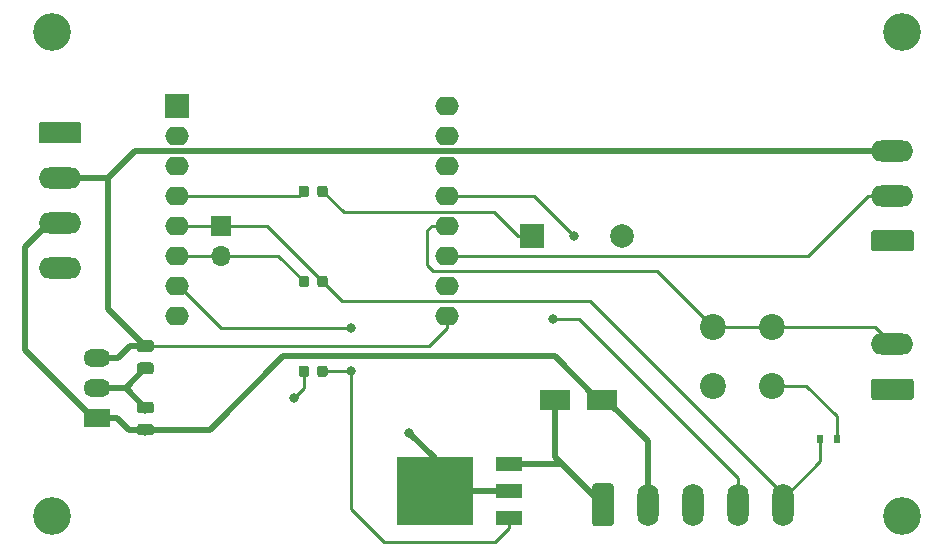
<source format=gbr>
G04 #@! TF.GenerationSoftware,KiCad,Pcbnew,(5.1.2-1)-1*
G04 #@! TF.CreationDate,2019-07-11T02:04:14+01:00*
G04 #@! TF.ProjectId,tool-lockers-pcb,746f6f6c-2d6c-46f6-936b-6572732d7063,rev?*
G04 #@! TF.SameCoordinates,Original*
G04 #@! TF.FileFunction,Copper,L1,Top*
G04 #@! TF.FilePolarity,Positive*
%FSLAX46Y46*%
G04 Gerber Fmt 4.6, Leading zero omitted, Abs format (unit mm)*
G04 Created by KiCad (PCBNEW (5.1.2-1)-1) date 2019-07-11 02:04:14*
%MOMM*%
%LPD*%
G04 APERTURE LIST*
%ADD10O,1.700000X1.700000*%
%ADD11R,1.700000X1.700000*%
%ADD12C,0.100000*%
%ADD13C,0.875000*%
%ADD14C,3.200400*%
%ADD15R,0.600000X0.700000*%
%ADD16C,2.200000*%
%ADD17R,2.000000X2.000000*%
%ADD18C,2.000000*%
%ADD19R,2.500000X1.800000*%
%ADD20O,3.600000X1.800000*%
%ADD21C,1.800000*%
%ADD22C,0.975000*%
%ADD23O,1.800000X3.600000*%
%ADD24R,2.200000X1.200000*%
%ADD25R,6.400000X5.800000*%
%ADD26O,2.000000X1.600000*%
%ADD27R,2.300000X1.500000*%
%ADD28O,2.300000X1.500000*%
%ADD29C,0.800000*%
%ADD30C,0.500000*%
%ADD31C,0.250000*%
G04 APERTURE END LIST*
D10*
X126960000Y-98160000D03*
D11*
X126960000Y-95620000D03*
D12*
G36*
X135749191Y-99856053D02*
G01*
X135770426Y-99859203D01*
X135791250Y-99864419D01*
X135811462Y-99871651D01*
X135830868Y-99880830D01*
X135849281Y-99891866D01*
X135866524Y-99904654D01*
X135882430Y-99919070D01*
X135896846Y-99934976D01*
X135909634Y-99952219D01*
X135920670Y-99970632D01*
X135929849Y-99990038D01*
X135937081Y-100010250D01*
X135942297Y-100031074D01*
X135945447Y-100052309D01*
X135946500Y-100073750D01*
X135946500Y-100586250D01*
X135945447Y-100607691D01*
X135942297Y-100628926D01*
X135937081Y-100649750D01*
X135929849Y-100669962D01*
X135920670Y-100689368D01*
X135909634Y-100707781D01*
X135896846Y-100725024D01*
X135882430Y-100740930D01*
X135866524Y-100755346D01*
X135849281Y-100768134D01*
X135830868Y-100779170D01*
X135811462Y-100788349D01*
X135791250Y-100795581D01*
X135770426Y-100800797D01*
X135749191Y-100803947D01*
X135727750Y-100805000D01*
X135290250Y-100805000D01*
X135268809Y-100803947D01*
X135247574Y-100800797D01*
X135226750Y-100795581D01*
X135206538Y-100788349D01*
X135187132Y-100779170D01*
X135168719Y-100768134D01*
X135151476Y-100755346D01*
X135135570Y-100740930D01*
X135121154Y-100725024D01*
X135108366Y-100707781D01*
X135097330Y-100689368D01*
X135088151Y-100669962D01*
X135080919Y-100649750D01*
X135075703Y-100628926D01*
X135072553Y-100607691D01*
X135071500Y-100586250D01*
X135071500Y-100073750D01*
X135072553Y-100052309D01*
X135075703Y-100031074D01*
X135080919Y-100010250D01*
X135088151Y-99990038D01*
X135097330Y-99970632D01*
X135108366Y-99952219D01*
X135121154Y-99934976D01*
X135135570Y-99919070D01*
X135151476Y-99904654D01*
X135168719Y-99891866D01*
X135187132Y-99880830D01*
X135206538Y-99871651D01*
X135226750Y-99864419D01*
X135247574Y-99859203D01*
X135268809Y-99856053D01*
X135290250Y-99855000D01*
X135727750Y-99855000D01*
X135749191Y-99856053D01*
X135749191Y-99856053D01*
G37*
D13*
X135509000Y-100330000D03*
D12*
G36*
X134174191Y-99856053D02*
G01*
X134195426Y-99859203D01*
X134216250Y-99864419D01*
X134236462Y-99871651D01*
X134255868Y-99880830D01*
X134274281Y-99891866D01*
X134291524Y-99904654D01*
X134307430Y-99919070D01*
X134321846Y-99934976D01*
X134334634Y-99952219D01*
X134345670Y-99970632D01*
X134354849Y-99990038D01*
X134362081Y-100010250D01*
X134367297Y-100031074D01*
X134370447Y-100052309D01*
X134371500Y-100073750D01*
X134371500Y-100586250D01*
X134370447Y-100607691D01*
X134367297Y-100628926D01*
X134362081Y-100649750D01*
X134354849Y-100669962D01*
X134345670Y-100689368D01*
X134334634Y-100707781D01*
X134321846Y-100725024D01*
X134307430Y-100740930D01*
X134291524Y-100755346D01*
X134274281Y-100768134D01*
X134255868Y-100779170D01*
X134236462Y-100788349D01*
X134216250Y-100795581D01*
X134195426Y-100800797D01*
X134174191Y-100803947D01*
X134152750Y-100805000D01*
X133715250Y-100805000D01*
X133693809Y-100803947D01*
X133672574Y-100800797D01*
X133651750Y-100795581D01*
X133631538Y-100788349D01*
X133612132Y-100779170D01*
X133593719Y-100768134D01*
X133576476Y-100755346D01*
X133560570Y-100740930D01*
X133546154Y-100725024D01*
X133533366Y-100707781D01*
X133522330Y-100689368D01*
X133513151Y-100669962D01*
X133505919Y-100649750D01*
X133500703Y-100628926D01*
X133497553Y-100607691D01*
X133496500Y-100586250D01*
X133496500Y-100073750D01*
X133497553Y-100052309D01*
X133500703Y-100031074D01*
X133505919Y-100010250D01*
X133513151Y-99990038D01*
X133522330Y-99970632D01*
X133533366Y-99952219D01*
X133546154Y-99934976D01*
X133560570Y-99919070D01*
X133576476Y-99904654D01*
X133593719Y-99891866D01*
X133612132Y-99880830D01*
X133631538Y-99871651D01*
X133651750Y-99864419D01*
X133672574Y-99859203D01*
X133693809Y-99856053D01*
X133715250Y-99855000D01*
X134152750Y-99855000D01*
X134174191Y-99856053D01*
X134174191Y-99856053D01*
G37*
D13*
X133934000Y-100330000D03*
D14*
X184589420Y-120195340D03*
X112590580Y-120195340D03*
X184589420Y-79194660D03*
X112590580Y-79194660D03*
D15*
X177670000Y-113665000D03*
X179070000Y-113665000D03*
D16*
X168569000Y-104180000D03*
X168569000Y-109180000D03*
X173569000Y-109180000D03*
X173569000Y-104180000D03*
D17*
X153289000Y-96520000D03*
D18*
X160889000Y-96520000D03*
D19*
X155194000Y-110363000D03*
X159194000Y-110363000D03*
D20*
X183769000Y-89281000D03*
X183769000Y-93091000D03*
D12*
G36*
X185343504Y-96002204D02*
G01*
X185367773Y-96005804D01*
X185391571Y-96011765D01*
X185414671Y-96020030D01*
X185436849Y-96030520D01*
X185457893Y-96043133D01*
X185477598Y-96057747D01*
X185495777Y-96074223D01*
X185512253Y-96092402D01*
X185526867Y-96112107D01*
X185539480Y-96133151D01*
X185549970Y-96155329D01*
X185558235Y-96178429D01*
X185564196Y-96202227D01*
X185567796Y-96226496D01*
X185569000Y-96251000D01*
X185569000Y-97551000D01*
X185567796Y-97575504D01*
X185564196Y-97599773D01*
X185558235Y-97623571D01*
X185549970Y-97646671D01*
X185539480Y-97668849D01*
X185526867Y-97689893D01*
X185512253Y-97709598D01*
X185495777Y-97727777D01*
X185477598Y-97744253D01*
X185457893Y-97758867D01*
X185436849Y-97771480D01*
X185414671Y-97781970D01*
X185391571Y-97790235D01*
X185367773Y-97796196D01*
X185343504Y-97799796D01*
X185319000Y-97801000D01*
X182219000Y-97801000D01*
X182194496Y-97799796D01*
X182170227Y-97796196D01*
X182146429Y-97790235D01*
X182123329Y-97781970D01*
X182101151Y-97771480D01*
X182080107Y-97758867D01*
X182060402Y-97744253D01*
X182042223Y-97727777D01*
X182025747Y-97709598D01*
X182011133Y-97689893D01*
X181998520Y-97668849D01*
X181988030Y-97646671D01*
X181979765Y-97623571D01*
X181973804Y-97599773D01*
X181970204Y-97575504D01*
X181969000Y-97551000D01*
X181969000Y-96251000D01*
X181970204Y-96226496D01*
X181973804Y-96202227D01*
X181979765Y-96178429D01*
X181988030Y-96155329D01*
X181998520Y-96133151D01*
X182011133Y-96112107D01*
X182025747Y-96092402D01*
X182042223Y-96074223D01*
X182060402Y-96057747D01*
X182080107Y-96043133D01*
X182101151Y-96030520D01*
X182123329Y-96020030D01*
X182146429Y-96011765D01*
X182170227Y-96005804D01*
X182194496Y-96002204D01*
X182219000Y-96001000D01*
X185319000Y-96001000D01*
X185343504Y-96002204D01*
X185343504Y-96002204D01*
G37*
D21*
X183769000Y-96901000D03*
D20*
X183769000Y-105664000D03*
D12*
G36*
X185343504Y-108575204D02*
G01*
X185367773Y-108578804D01*
X185391571Y-108584765D01*
X185414671Y-108593030D01*
X185436849Y-108603520D01*
X185457893Y-108616133D01*
X185477598Y-108630747D01*
X185495777Y-108647223D01*
X185512253Y-108665402D01*
X185526867Y-108685107D01*
X185539480Y-108706151D01*
X185549970Y-108728329D01*
X185558235Y-108751429D01*
X185564196Y-108775227D01*
X185567796Y-108799496D01*
X185569000Y-108824000D01*
X185569000Y-110124000D01*
X185567796Y-110148504D01*
X185564196Y-110172773D01*
X185558235Y-110196571D01*
X185549970Y-110219671D01*
X185539480Y-110241849D01*
X185526867Y-110262893D01*
X185512253Y-110282598D01*
X185495777Y-110300777D01*
X185477598Y-110317253D01*
X185457893Y-110331867D01*
X185436849Y-110344480D01*
X185414671Y-110354970D01*
X185391571Y-110363235D01*
X185367773Y-110369196D01*
X185343504Y-110372796D01*
X185319000Y-110374000D01*
X182219000Y-110374000D01*
X182194496Y-110372796D01*
X182170227Y-110369196D01*
X182146429Y-110363235D01*
X182123329Y-110354970D01*
X182101151Y-110344480D01*
X182080107Y-110331867D01*
X182060402Y-110317253D01*
X182042223Y-110300777D01*
X182025747Y-110282598D01*
X182011133Y-110262893D01*
X181998520Y-110241849D01*
X181988030Y-110219671D01*
X181979765Y-110196571D01*
X181973804Y-110172773D01*
X181970204Y-110148504D01*
X181969000Y-110124000D01*
X181969000Y-108824000D01*
X181970204Y-108799496D01*
X181973804Y-108775227D01*
X181979765Y-108751429D01*
X181988030Y-108728329D01*
X181998520Y-108706151D01*
X182011133Y-108685107D01*
X182025747Y-108665402D01*
X182042223Y-108647223D01*
X182060402Y-108630747D01*
X182080107Y-108616133D01*
X182101151Y-108603520D01*
X182123329Y-108593030D01*
X182146429Y-108584765D01*
X182170227Y-108578804D01*
X182194496Y-108575204D01*
X182219000Y-108574000D01*
X185319000Y-108574000D01*
X185343504Y-108575204D01*
X185343504Y-108575204D01*
G37*
D21*
X183769000Y-109474000D03*
D20*
X113284000Y-99187000D03*
X113284000Y-95377000D03*
X113284000Y-91567000D03*
D12*
G36*
X114858504Y-86858204D02*
G01*
X114882773Y-86861804D01*
X114906571Y-86867765D01*
X114929671Y-86876030D01*
X114951849Y-86886520D01*
X114972893Y-86899133D01*
X114992598Y-86913747D01*
X115010777Y-86930223D01*
X115027253Y-86948402D01*
X115041867Y-86968107D01*
X115054480Y-86989151D01*
X115064970Y-87011329D01*
X115073235Y-87034429D01*
X115079196Y-87058227D01*
X115082796Y-87082496D01*
X115084000Y-87107000D01*
X115084000Y-88407000D01*
X115082796Y-88431504D01*
X115079196Y-88455773D01*
X115073235Y-88479571D01*
X115064970Y-88502671D01*
X115054480Y-88524849D01*
X115041867Y-88545893D01*
X115027253Y-88565598D01*
X115010777Y-88583777D01*
X114992598Y-88600253D01*
X114972893Y-88614867D01*
X114951849Y-88627480D01*
X114929671Y-88637970D01*
X114906571Y-88646235D01*
X114882773Y-88652196D01*
X114858504Y-88655796D01*
X114834000Y-88657000D01*
X111734000Y-88657000D01*
X111709496Y-88655796D01*
X111685227Y-88652196D01*
X111661429Y-88646235D01*
X111638329Y-88637970D01*
X111616151Y-88627480D01*
X111595107Y-88614867D01*
X111575402Y-88600253D01*
X111557223Y-88583777D01*
X111540747Y-88565598D01*
X111526133Y-88545893D01*
X111513520Y-88524849D01*
X111503030Y-88502671D01*
X111494765Y-88479571D01*
X111488804Y-88455773D01*
X111485204Y-88431504D01*
X111484000Y-88407000D01*
X111484000Y-87107000D01*
X111485204Y-87082496D01*
X111488804Y-87058227D01*
X111494765Y-87034429D01*
X111503030Y-87011329D01*
X111513520Y-86989151D01*
X111526133Y-86968107D01*
X111540747Y-86948402D01*
X111557223Y-86930223D01*
X111575402Y-86913747D01*
X111595107Y-86899133D01*
X111616151Y-86886520D01*
X111638329Y-86876030D01*
X111661429Y-86867765D01*
X111685227Y-86861804D01*
X111709496Y-86858204D01*
X111734000Y-86857000D01*
X114834000Y-86857000D01*
X114858504Y-86858204D01*
X114858504Y-86858204D01*
G37*
D21*
X113284000Y-87757000D03*
D12*
G36*
X121003142Y-112416674D02*
G01*
X121026803Y-112420184D01*
X121050007Y-112425996D01*
X121072529Y-112434054D01*
X121094153Y-112444282D01*
X121114670Y-112456579D01*
X121133883Y-112470829D01*
X121151607Y-112486893D01*
X121167671Y-112504617D01*
X121181921Y-112523830D01*
X121194218Y-112544347D01*
X121204446Y-112565971D01*
X121212504Y-112588493D01*
X121218316Y-112611697D01*
X121221826Y-112635358D01*
X121223000Y-112659250D01*
X121223000Y-113146750D01*
X121221826Y-113170642D01*
X121218316Y-113194303D01*
X121212504Y-113217507D01*
X121204446Y-113240029D01*
X121194218Y-113261653D01*
X121181921Y-113282170D01*
X121167671Y-113301383D01*
X121151607Y-113319107D01*
X121133883Y-113335171D01*
X121114670Y-113349421D01*
X121094153Y-113361718D01*
X121072529Y-113371946D01*
X121050007Y-113380004D01*
X121026803Y-113385816D01*
X121003142Y-113389326D01*
X120979250Y-113390500D01*
X120066750Y-113390500D01*
X120042858Y-113389326D01*
X120019197Y-113385816D01*
X119995993Y-113380004D01*
X119973471Y-113371946D01*
X119951847Y-113361718D01*
X119931330Y-113349421D01*
X119912117Y-113335171D01*
X119894393Y-113319107D01*
X119878329Y-113301383D01*
X119864079Y-113282170D01*
X119851782Y-113261653D01*
X119841554Y-113240029D01*
X119833496Y-113217507D01*
X119827684Y-113194303D01*
X119824174Y-113170642D01*
X119823000Y-113146750D01*
X119823000Y-112659250D01*
X119824174Y-112635358D01*
X119827684Y-112611697D01*
X119833496Y-112588493D01*
X119841554Y-112565971D01*
X119851782Y-112544347D01*
X119864079Y-112523830D01*
X119878329Y-112504617D01*
X119894393Y-112486893D01*
X119912117Y-112470829D01*
X119931330Y-112456579D01*
X119951847Y-112444282D01*
X119973471Y-112434054D01*
X119995993Y-112425996D01*
X120019197Y-112420184D01*
X120042858Y-112416674D01*
X120066750Y-112415500D01*
X120979250Y-112415500D01*
X121003142Y-112416674D01*
X121003142Y-112416674D01*
G37*
D22*
X120523000Y-112903000D03*
D12*
G36*
X121003142Y-110541674D02*
G01*
X121026803Y-110545184D01*
X121050007Y-110550996D01*
X121072529Y-110559054D01*
X121094153Y-110569282D01*
X121114670Y-110581579D01*
X121133883Y-110595829D01*
X121151607Y-110611893D01*
X121167671Y-110629617D01*
X121181921Y-110648830D01*
X121194218Y-110669347D01*
X121204446Y-110690971D01*
X121212504Y-110713493D01*
X121218316Y-110736697D01*
X121221826Y-110760358D01*
X121223000Y-110784250D01*
X121223000Y-111271750D01*
X121221826Y-111295642D01*
X121218316Y-111319303D01*
X121212504Y-111342507D01*
X121204446Y-111365029D01*
X121194218Y-111386653D01*
X121181921Y-111407170D01*
X121167671Y-111426383D01*
X121151607Y-111444107D01*
X121133883Y-111460171D01*
X121114670Y-111474421D01*
X121094153Y-111486718D01*
X121072529Y-111496946D01*
X121050007Y-111505004D01*
X121026803Y-111510816D01*
X121003142Y-111514326D01*
X120979250Y-111515500D01*
X120066750Y-111515500D01*
X120042858Y-111514326D01*
X120019197Y-111510816D01*
X119995993Y-111505004D01*
X119973471Y-111496946D01*
X119951847Y-111486718D01*
X119931330Y-111474421D01*
X119912117Y-111460171D01*
X119894393Y-111444107D01*
X119878329Y-111426383D01*
X119864079Y-111407170D01*
X119851782Y-111386653D01*
X119841554Y-111365029D01*
X119833496Y-111342507D01*
X119827684Y-111319303D01*
X119824174Y-111295642D01*
X119823000Y-111271750D01*
X119823000Y-110784250D01*
X119824174Y-110760358D01*
X119827684Y-110736697D01*
X119833496Y-110713493D01*
X119841554Y-110690971D01*
X119851782Y-110669347D01*
X119864079Y-110648830D01*
X119878329Y-110629617D01*
X119894393Y-110611893D01*
X119912117Y-110595829D01*
X119931330Y-110581579D01*
X119951847Y-110569282D01*
X119973471Y-110559054D01*
X119995993Y-110550996D01*
X120019197Y-110545184D01*
X120042858Y-110541674D01*
X120066750Y-110540500D01*
X120979250Y-110540500D01*
X121003142Y-110541674D01*
X121003142Y-110541674D01*
G37*
D22*
X120523000Y-111028000D03*
D12*
G36*
X121003142Y-107209674D02*
G01*
X121026803Y-107213184D01*
X121050007Y-107218996D01*
X121072529Y-107227054D01*
X121094153Y-107237282D01*
X121114670Y-107249579D01*
X121133883Y-107263829D01*
X121151607Y-107279893D01*
X121167671Y-107297617D01*
X121181921Y-107316830D01*
X121194218Y-107337347D01*
X121204446Y-107358971D01*
X121212504Y-107381493D01*
X121218316Y-107404697D01*
X121221826Y-107428358D01*
X121223000Y-107452250D01*
X121223000Y-107939750D01*
X121221826Y-107963642D01*
X121218316Y-107987303D01*
X121212504Y-108010507D01*
X121204446Y-108033029D01*
X121194218Y-108054653D01*
X121181921Y-108075170D01*
X121167671Y-108094383D01*
X121151607Y-108112107D01*
X121133883Y-108128171D01*
X121114670Y-108142421D01*
X121094153Y-108154718D01*
X121072529Y-108164946D01*
X121050007Y-108173004D01*
X121026803Y-108178816D01*
X121003142Y-108182326D01*
X120979250Y-108183500D01*
X120066750Y-108183500D01*
X120042858Y-108182326D01*
X120019197Y-108178816D01*
X119995993Y-108173004D01*
X119973471Y-108164946D01*
X119951847Y-108154718D01*
X119931330Y-108142421D01*
X119912117Y-108128171D01*
X119894393Y-108112107D01*
X119878329Y-108094383D01*
X119864079Y-108075170D01*
X119851782Y-108054653D01*
X119841554Y-108033029D01*
X119833496Y-108010507D01*
X119827684Y-107987303D01*
X119824174Y-107963642D01*
X119823000Y-107939750D01*
X119823000Y-107452250D01*
X119824174Y-107428358D01*
X119827684Y-107404697D01*
X119833496Y-107381493D01*
X119841554Y-107358971D01*
X119851782Y-107337347D01*
X119864079Y-107316830D01*
X119878329Y-107297617D01*
X119894393Y-107279893D01*
X119912117Y-107263829D01*
X119931330Y-107249579D01*
X119951847Y-107237282D01*
X119973471Y-107227054D01*
X119995993Y-107218996D01*
X120019197Y-107213184D01*
X120042858Y-107209674D01*
X120066750Y-107208500D01*
X120979250Y-107208500D01*
X121003142Y-107209674D01*
X121003142Y-107209674D01*
G37*
D22*
X120523000Y-107696000D03*
D12*
G36*
X121003142Y-105334674D02*
G01*
X121026803Y-105338184D01*
X121050007Y-105343996D01*
X121072529Y-105352054D01*
X121094153Y-105362282D01*
X121114670Y-105374579D01*
X121133883Y-105388829D01*
X121151607Y-105404893D01*
X121167671Y-105422617D01*
X121181921Y-105441830D01*
X121194218Y-105462347D01*
X121204446Y-105483971D01*
X121212504Y-105506493D01*
X121218316Y-105529697D01*
X121221826Y-105553358D01*
X121223000Y-105577250D01*
X121223000Y-106064750D01*
X121221826Y-106088642D01*
X121218316Y-106112303D01*
X121212504Y-106135507D01*
X121204446Y-106158029D01*
X121194218Y-106179653D01*
X121181921Y-106200170D01*
X121167671Y-106219383D01*
X121151607Y-106237107D01*
X121133883Y-106253171D01*
X121114670Y-106267421D01*
X121094153Y-106279718D01*
X121072529Y-106289946D01*
X121050007Y-106298004D01*
X121026803Y-106303816D01*
X121003142Y-106307326D01*
X120979250Y-106308500D01*
X120066750Y-106308500D01*
X120042858Y-106307326D01*
X120019197Y-106303816D01*
X119995993Y-106298004D01*
X119973471Y-106289946D01*
X119951847Y-106279718D01*
X119931330Y-106267421D01*
X119912117Y-106253171D01*
X119894393Y-106237107D01*
X119878329Y-106219383D01*
X119864079Y-106200170D01*
X119851782Y-106179653D01*
X119841554Y-106158029D01*
X119833496Y-106135507D01*
X119827684Y-106112303D01*
X119824174Y-106088642D01*
X119823000Y-106064750D01*
X119823000Y-105577250D01*
X119824174Y-105553358D01*
X119827684Y-105529697D01*
X119833496Y-105506493D01*
X119841554Y-105483971D01*
X119851782Y-105462347D01*
X119864079Y-105441830D01*
X119878329Y-105422617D01*
X119894393Y-105404893D01*
X119912117Y-105388829D01*
X119931330Y-105374579D01*
X119951847Y-105362282D01*
X119973471Y-105352054D01*
X119995993Y-105343996D01*
X120019197Y-105338184D01*
X120042858Y-105334674D01*
X120066750Y-105333500D01*
X120979250Y-105333500D01*
X121003142Y-105334674D01*
X121003142Y-105334674D01*
G37*
D22*
X120523000Y-105821000D03*
D12*
G36*
X159932504Y-117454204D02*
G01*
X159956773Y-117457804D01*
X159980571Y-117463765D01*
X160003671Y-117472030D01*
X160025849Y-117482520D01*
X160046893Y-117495133D01*
X160066598Y-117509747D01*
X160084777Y-117526223D01*
X160101253Y-117544402D01*
X160115867Y-117564107D01*
X160128480Y-117585151D01*
X160138970Y-117607329D01*
X160147235Y-117630429D01*
X160153196Y-117654227D01*
X160156796Y-117678496D01*
X160158000Y-117703000D01*
X160158000Y-120803000D01*
X160156796Y-120827504D01*
X160153196Y-120851773D01*
X160147235Y-120875571D01*
X160138970Y-120898671D01*
X160128480Y-120920849D01*
X160115867Y-120941893D01*
X160101253Y-120961598D01*
X160084777Y-120979777D01*
X160066598Y-120996253D01*
X160046893Y-121010867D01*
X160025849Y-121023480D01*
X160003671Y-121033970D01*
X159980571Y-121042235D01*
X159956773Y-121048196D01*
X159932504Y-121051796D01*
X159908000Y-121053000D01*
X158608000Y-121053000D01*
X158583496Y-121051796D01*
X158559227Y-121048196D01*
X158535429Y-121042235D01*
X158512329Y-121033970D01*
X158490151Y-121023480D01*
X158469107Y-121010867D01*
X158449402Y-120996253D01*
X158431223Y-120979777D01*
X158414747Y-120961598D01*
X158400133Y-120941893D01*
X158387520Y-120920849D01*
X158377030Y-120898671D01*
X158368765Y-120875571D01*
X158362804Y-120851773D01*
X158359204Y-120827504D01*
X158358000Y-120803000D01*
X158358000Y-117703000D01*
X158359204Y-117678496D01*
X158362804Y-117654227D01*
X158368765Y-117630429D01*
X158377030Y-117607329D01*
X158387520Y-117585151D01*
X158400133Y-117564107D01*
X158414747Y-117544402D01*
X158431223Y-117526223D01*
X158449402Y-117509747D01*
X158469107Y-117495133D01*
X158490151Y-117482520D01*
X158512329Y-117472030D01*
X158535429Y-117463765D01*
X158559227Y-117457804D01*
X158583496Y-117454204D01*
X158608000Y-117453000D01*
X159908000Y-117453000D01*
X159932504Y-117454204D01*
X159932504Y-117454204D01*
G37*
D21*
X159258000Y-119253000D03*
D23*
X163068000Y-119253000D03*
X166878000Y-119253000D03*
X170688000Y-119253000D03*
X174498000Y-119253000D03*
D24*
X151334000Y-120390000D03*
X151334000Y-118110000D03*
X151334000Y-115830000D03*
D25*
X145034000Y-118110000D03*
D12*
G36*
X134174191Y-107476053D02*
G01*
X134195426Y-107479203D01*
X134216250Y-107484419D01*
X134236462Y-107491651D01*
X134255868Y-107500830D01*
X134274281Y-107511866D01*
X134291524Y-107524654D01*
X134307430Y-107539070D01*
X134321846Y-107554976D01*
X134334634Y-107572219D01*
X134345670Y-107590632D01*
X134354849Y-107610038D01*
X134362081Y-107630250D01*
X134367297Y-107651074D01*
X134370447Y-107672309D01*
X134371500Y-107693750D01*
X134371500Y-108206250D01*
X134370447Y-108227691D01*
X134367297Y-108248926D01*
X134362081Y-108269750D01*
X134354849Y-108289962D01*
X134345670Y-108309368D01*
X134334634Y-108327781D01*
X134321846Y-108345024D01*
X134307430Y-108360930D01*
X134291524Y-108375346D01*
X134274281Y-108388134D01*
X134255868Y-108399170D01*
X134236462Y-108408349D01*
X134216250Y-108415581D01*
X134195426Y-108420797D01*
X134174191Y-108423947D01*
X134152750Y-108425000D01*
X133715250Y-108425000D01*
X133693809Y-108423947D01*
X133672574Y-108420797D01*
X133651750Y-108415581D01*
X133631538Y-108408349D01*
X133612132Y-108399170D01*
X133593719Y-108388134D01*
X133576476Y-108375346D01*
X133560570Y-108360930D01*
X133546154Y-108345024D01*
X133533366Y-108327781D01*
X133522330Y-108309368D01*
X133513151Y-108289962D01*
X133505919Y-108269750D01*
X133500703Y-108248926D01*
X133497553Y-108227691D01*
X133496500Y-108206250D01*
X133496500Y-107693750D01*
X133497553Y-107672309D01*
X133500703Y-107651074D01*
X133505919Y-107630250D01*
X133513151Y-107610038D01*
X133522330Y-107590632D01*
X133533366Y-107572219D01*
X133546154Y-107554976D01*
X133560570Y-107539070D01*
X133576476Y-107524654D01*
X133593719Y-107511866D01*
X133612132Y-107500830D01*
X133631538Y-107491651D01*
X133651750Y-107484419D01*
X133672574Y-107479203D01*
X133693809Y-107476053D01*
X133715250Y-107475000D01*
X134152750Y-107475000D01*
X134174191Y-107476053D01*
X134174191Y-107476053D01*
G37*
D13*
X133934000Y-107950000D03*
D12*
G36*
X135749191Y-107476053D02*
G01*
X135770426Y-107479203D01*
X135791250Y-107484419D01*
X135811462Y-107491651D01*
X135830868Y-107500830D01*
X135849281Y-107511866D01*
X135866524Y-107524654D01*
X135882430Y-107539070D01*
X135896846Y-107554976D01*
X135909634Y-107572219D01*
X135920670Y-107590632D01*
X135929849Y-107610038D01*
X135937081Y-107630250D01*
X135942297Y-107651074D01*
X135945447Y-107672309D01*
X135946500Y-107693750D01*
X135946500Y-108206250D01*
X135945447Y-108227691D01*
X135942297Y-108248926D01*
X135937081Y-108269750D01*
X135929849Y-108289962D01*
X135920670Y-108309368D01*
X135909634Y-108327781D01*
X135896846Y-108345024D01*
X135882430Y-108360930D01*
X135866524Y-108375346D01*
X135849281Y-108388134D01*
X135830868Y-108399170D01*
X135811462Y-108408349D01*
X135791250Y-108415581D01*
X135770426Y-108420797D01*
X135749191Y-108423947D01*
X135727750Y-108425000D01*
X135290250Y-108425000D01*
X135268809Y-108423947D01*
X135247574Y-108420797D01*
X135226750Y-108415581D01*
X135206538Y-108408349D01*
X135187132Y-108399170D01*
X135168719Y-108388134D01*
X135151476Y-108375346D01*
X135135570Y-108360930D01*
X135121154Y-108345024D01*
X135108366Y-108327781D01*
X135097330Y-108309368D01*
X135088151Y-108289962D01*
X135080919Y-108269750D01*
X135075703Y-108248926D01*
X135072553Y-108227691D01*
X135071500Y-108206250D01*
X135071500Y-107693750D01*
X135072553Y-107672309D01*
X135075703Y-107651074D01*
X135080919Y-107630250D01*
X135088151Y-107610038D01*
X135097330Y-107590632D01*
X135108366Y-107572219D01*
X135121154Y-107554976D01*
X135135570Y-107539070D01*
X135151476Y-107524654D01*
X135168719Y-107511866D01*
X135187132Y-107500830D01*
X135206538Y-107491651D01*
X135226750Y-107484419D01*
X135247574Y-107479203D01*
X135268809Y-107476053D01*
X135290250Y-107475000D01*
X135727750Y-107475000D01*
X135749191Y-107476053D01*
X135749191Y-107476053D01*
G37*
D13*
X135509000Y-107950000D03*
D12*
G36*
X135749191Y-92236053D02*
G01*
X135770426Y-92239203D01*
X135791250Y-92244419D01*
X135811462Y-92251651D01*
X135830868Y-92260830D01*
X135849281Y-92271866D01*
X135866524Y-92284654D01*
X135882430Y-92299070D01*
X135896846Y-92314976D01*
X135909634Y-92332219D01*
X135920670Y-92350632D01*
X135929849Y-92370038D01*
X135937081Y-92390250D01*
X135942297Y-92411074D01*
X135945447Y-92432309D01*
X135946500Y-92453750D01*
X135946500Y-92966250D01*
X135945447Y-92987691D01*
X135942297Y-93008926D01*
X135937081Y-93029750D01*
X135929849Y-93049962D01*
X135920670Y-93069368D01*
X135909634Y-93087781D01*
X135896846Y-93105024D01*
X135882430Y-93120930D01*
X135866524Y-93135346D01*
X135849281Y-93148134D01*
X135830868Y-93159170D01*
X135811462Y-93168349D01*
X135791250Y-93175581D01*
X135770426Y-93180797D01*
X135749191Y-93183947D01*
X135727750Y-93185000D01*
X135290250Y-93185000D01*
X135268809Y-93183947D01*
X135247574Y-93180797D01*
X135226750Y-93175581D01*
X135206538Y-93168349D01*
X135187132Y-93159170D01*
X135168719Y-93148134D01*
X135151476Y-93135346D01*
X135135570Y-93120930D01*
X135121154Y-93105024D01*
X135108366Y-93087781D01*
X135097330Y-93069368D01*
X135088151Y-93049962D01*
X135080919Y-93029750D01*
X135075703Y-93008926D01*
X135072553Y-92987691D01*
X135071500Y-92966250D01*
X135071500Y-92453750D01*
X135072553Y-92432309D01*
X135075703Y-92411074D01*
X135080919Y-92390250D01*
X135088151Y-92370038D01*
X135097330Y-92350632D01*
X135108366Y-92332219D01*
X135121154Y-92314976D01*
X135135570Y-92299070D01*
X135151476Y-92284654D01*
X135168719Y-92271866D01*
X135187132Y-92260830D01*
X135206538Y-92251651D01*
X135226750Y-92244419D01*
X135247574Y-92239203D01*
X135268809Y-92236053D01*
X135290250Y-92235000D01*
X135727750Y-92235000D01*
X135749191Y-92236053D01*
X135749191Y-92236053D01*
G37*
D13*
X135509000Y-92710000D03*
D12*
G36*
X134174191Y-92236053D02*
G01*
X134195426Y-92239203D01*
X134216250Y-92244419D01*
X134236462Y-92251651D01*
X134255868Y-92260830D01*
X134274281Y-92271866D01*
X134291524Y-92284654D01*
X134307430Y-92299070D01*
X134321846Y-92314976D01*
X134334634Y-92332219D01*
X134345670Y-92350632D01*
X134354849Y-92370038D01*
X134362081Y-92390250D01*
X134367297Y-92411074D01*
X134370447Y-92432309D01*
X134371500Y-92453750D01*
X134371500Y-92966250D01*
X134370447Y-92987691D01*
X134367297Y-93008926D01*
X134362081Y-93029750D01*
X134354849Y-93049962D01*
X134345670Y-93069368D01*
X134334634Y-93087781D01*
X134321846Y-93105024D01*
X134307430Y-93120930D01*
X134291524Y-93135346D01*
X134274281Y-93148134D01*
X134255868Y-93159170D01*
X134236462Y-93168349D01*
X134216250Y-93175581D01*
X134195426Y-93180797D01*
X134174191Y-93183947D01*
X134152750Y-93185000D01*
X133715250Y-93185000D01*
X133693809Y-93183947D01*
X133672574Y-93180797D01*
X133651750Y-93175581D01*
X133631538Y-93168349D01*
X133612132Y-93159170D01*
X133593719Y-93148134D01*
X133576476Y-93135346D01*
X133560570Y-93120930D01*
X133546154Y-93105024D01*
X133533366Y-93087781D01*
X133522330Y-93069368D01*
X133513151Y-93049962D01*
X133505919Y-93029750D01*
X133500703Y-93008926D01*
X133497553Y-92987691D01*
X133496500Y-92966250D01*
X133496500Y-92453750D01*
X133497553Y-92432309D01*
X133500703Y-92411074D01*
X133505919Y-92390250D01*
X133513151Y-92370038D01*
X133522330Y-92350632D01*
X133533366Y-92332219D01*
X133546154Y-92314976D01*
X133560570Y-92299070D01*
X133576476Y-92284654D01*
X133593719Y-92271866D01*
X133612132Y-92260830D01*
X133631538Y-92251651D01*
X133651750Y-92244419D01*
X133672574Y-92239203D01*
X133693809Y-92236053D01*
X133715250Y-92235000D01*
X134152750Y-92235000D01*
X134174191Y-92236053D01*
X134174191Y-92236053D01*
G37*
D13*
X133934000Y-92710000D03*
D26*
X123190000Y-88011000D03*
D17*
X123190000Y-85471000D03*
D26*
X123190000Y-90551000D03*
X123190000Y-93091000D03*
X123190000Y-95631000D03*
X123190000Y-98171000D03*
X123190000Y-100711000D03*
X123190000Y-103251000D03*
X146050000Y-103251000D03*
X146050000Y-100711000D03*
X146050000Y-98171000D03*
X146050000Y-95631000D03*
X146050000Y-93091000D03*
X146050000Y-90551000D03*
X146050000Y-88011000D03*
X146050000Y-85471000D03*
D27*
X116459000Y-111887000D03*
D28*
X116459000Y-109347000D03*
X116459000Y-106807000D03*
D29*
X133096000Y-110236000D03*
X142875000Y-113157000D03*
X156845000Y-96520000D03*
X155067000Y-103505000D03*
X137922000Y-104267000D03*
X137922000Y-107950000D03*
D30*
X118110000Y-111887000D02*
X119126000Y-112903000D01*
X116459000Y-111887000D02*
X118110000Y-111887000D01*
X163068000Y-118353000D02*
X163068000Y-119253000D01*
X163068000Y-113887000D02*
X163068000Y-117203000D01*
X159544000Y-110363000D02*
X163068000Y-113887000D01*
X163068000Y-117203000D02*
X163068000Y-119253000D01*
X159194000Y-110363000D02*
X159544000Y-110363000D01*
X155161000Y-106680000D02*
X158844000Y-110363000D01*
X132207000Y-106680000D02*
X155161000Y-106680000D01*
X158844000Y-110363000D02*
X159194000Y-110363000D01*
X125984000Y-112903000D02*
X132207000Y-106680000D01*
X119126000Y-112903000D02*
X125984000Y-112903000D01*
X116059000Y-111887000D02*
X116459000Y-111887000D01*
X110363000Y-97398000D02*
X110363000Y-106191000D01*
X110363000Y-106191000D02*
X116059000Y-111887000D01*
X112384000Y-95377000D02*
X110363000Y-97398000D01*
X113284000Y-95377000D02*
X112384000Y-95377000D01*
X118872000Y-109347000D02*
X120523000Y-107696000D01*
X116459000Y-109347000D02*
X118872000Y-109347000D01*
X118842000Y-109347000D02*
X120523000Y-111028000D01*
D31*
X116459000Y-109347000D02*
X118842000Y-109347000D01*
X133934000Y-109398000D02*
X133096000Y-110236000D01*
X133934000Y-107950000D02*
X133934000Y-109398000D01*
X145034000Y-115316000D02*
X145034000Y-118110000D01*
D30*
X142875000Y-113157000D02*
X145034000Y-115316000D01*
X145034000Y-118110000D02*
X151334000Y-118110000D01*
D31*
X176490000Y-109180000D02*
X173569000Y-109180000D01*
X179070000Y-111760000D02*
X176490000Y-109180000D01*
X179070000Y-113665000D02*
X179070000Y-111760000D01*
X146050000Y-104301000D02*
X146050000Y-103251000D01*
X144530000Y-105821000D02*
X146050000Y-104301000D01*
X120523000Y-105821000D02*
X144530000Y-105821000D01*
D30*
X181719000Y-89281000D02*
X183769000Y-89281000D01*
X113284000Y-91567000D02*
X114508998Y-91567000D01*
X117348000Y-102646000D02*
X117348000Y-91567000D01*
X120523000Y-105821000D02*
X117348000Y-102646000D01*
X181469000Y-89281000D02*
X183769000Y-89281000D01*
X119634000Y-89281000D02*
X181469000Y-89281000D01*
X117348000Y-91567000D02*
X119634000Y-89281000D01*
X113284000Y-91567000D02*
X117348000Y-91567000D01*
X119223000Y-105821000D02*
X120523000Y-105821000D01*
X118237000Y-106807000D02*
X119223000Y-105821000D01*
X116459000Y-106807000D02*
X118237000Y-106807000D01*
X151334000Y-115830000D02*
X155835000Y-115830000D01*
X155194000Y-115189000D02*
X156210000Y-116205000D01*
X155194000Y-110363000D02*
X155194000Y-115189000D01*
X156210000Y-116205000D02*
X159258000Y-119253000D01*
X155835000Y-115830000D02*
X156210000Y-116205000D01*
D31*
X170688000Y-119253000D02*
X170688000Y-118353000D01*
X153416000Y-93091000D02*
X156845000Y-96520000D01*
X146050000Y-93091000D02*
X153416000Y-93091000D01*
X155067000Y-103505000D02*
X157226000Y-103505000D01*
X170688000Y-116967000D02*
X170688000Y-119253000D01*
X157226000Y-103505000D02*
X170688000Y-116967000D01*
X174560000Y-119191000D02*
X174498000Y-119253000D01*
X174498000Y-118745000D02*
X174498000Y-119253000D01*
X177670000Y-115573000D02*
X174498000Y-118745000D01*
X177670000Y-113665000D02*
X177670000Y-115573000D01*
X123190000Y-95631000D02*
X130810000Y-95631000D01*
X130810000Y-95631000D02*
X135509000Y-100330000D01*
X158126000Y-101981000D02*
X174498000Y-118353000D01*
X137160000Y-101981000D02*
X158126000Y-101981000D01*
X174498000Y-118353000D02*
X174498000Y-119253000D01*
X135509000Y-100330000D02*
X137160000Y-101981000D01*
X168569000Y-104180000D02*
X173569000Y-104180000D01*
X163830000Y-99441000D02*
X167469001Y-103080001D01*
X144399000Y-98933000D02*
X144907000Y-99441000D01*
X144399000Y-96032000D02*
X144399000Y-98933000D01*
X167469001Y-103080001D02*
X168569000Y-104180000D01*
X146050000Y-95631000D02*
X144800000Y-95631000D01*
X144800000Y-95631000D02*
X144399000Y-96032000D01*
X144907000Y-99441000D02*
X163830000Y-99441000D01*
X182285000Y-104180000D02*
X173569000Y-104180000D01*
X183769000Y-105664000D02*
X182285000Y-104180000D01*
X147300000Y-98171000D02*
X146050000Y-98171000D01*
X176639000Y-98171000D02*
X147300000Y-98171000D01*
X181719000Y-93091000D02*
X176639000Y-98171000D01*
X183769000Y-93091000D02*
X181719000Y-93091000D01*
X150024990Y-94505990D02*
X152039000Y-96520000D01*
X137304990Y-94505990D02*
X150024990Y-94505990D01*
X152039000Y-96520000D02*
X153289000Y-96520000D01*
X135509000Y-92710000D02*
X137304990Y-94505990D01*
X126946000Y-104267000D02*
X137922000Y-104267000D01*
X123390000Y-100711000D02*
X126946000Y-104267000D01*
X123190000Y-100711000D02*
X123390000Y-100711000D01*
X150834000Y-120390000D02*
X151334000Y-120390000D01*
X135509000Y-107950000D02*
X137922000Y-107950000D01*
X137922000Y-119634000D02*
X137922000Y-107950000D01*
X140716000Y-122428000D02*
X137922000Y-119634000D01*
X150146000Y-122428000D02*
X140716000Y-122428000D01*
X151334000Y-121240000D02*
X150146000Y-122428000D01*
X151334000Y-120390000D02*
X151334000Y-121240000D01*
X133553000Y-93091000D02*
X133934000Y-92710000D01*
X123190000Y-93091000D02*
X133553000Y-93091000D01*
X123190000Y-98171000D02*
X131775000Y-98171000D01*
X131775000Y-98171000D02*
X133934000Y-100330000D01*
M02*

</source>
